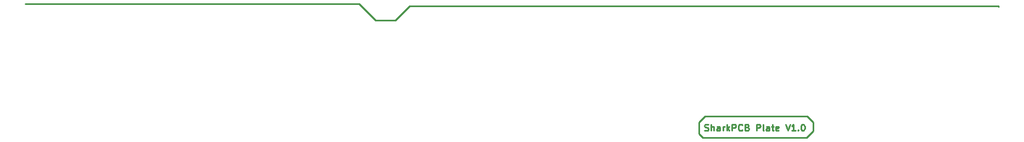
<source format=gtl>
G04 #@! TF.GenerationSoftware,KiCad,Pcbnew,5.0.1*
G04 #@! TF.CreationDate,2018-11-17T22:40:09-02:00*
G04 #@! TF.ProjectId,plate,706C6174652E6B696361645F70636200,rev?*
G04 #@! TF.SameCoordinates,Original*
G04 #@! TF.FileFunction,Copper,L1,Top,Signal*
G04 #@! TF.FilePolarity,Positive*
%FSLAX46Y46*%
G04 Gerber Fmt 4.6, Leading zero omitted, Abs format (unit mm)*
G04 Created by KiCad (PCBNEW 5.0.1) date Sat 17 Nov 2018 10:40:09 PM -02*
%MOMM*%
%LPD*%
G01*
G04 APERTURE LIST*
G04 #@! TA.AperFunction,NonConductor*
%ADD10C,0.250000*%
G04 #@! TD*
G04 #@! TA.AperFunction,Conductor*
%ADD11C,0.250000*%
G04 #@! TD*
G04 APERTURE END LIST*
D10*
X140992906Y-103065865D02*
X141135763Y-103113484D01*
X141373858Y-103113484D01*
X141469096Y-103065865D01*
X141516715Y-103018246D01*
X141564334Y-102923008D01*
X141564334Y-102827770D01*
X141516715Y-102732532D01*
X141469096Y-102684913D01*
X141373858Y-102637294D01*
X141183382Y-102589675D01*
X141088144Y-102542056D01*
X141040525Y-102494437D01*
X140992906Y-102399199D01*
X140992906Y-102303961D01*
X141040525Y-102208723D01*
X141088144Y-102161104D01*
X141183382Y-102113484D01*
X141421477Y-102113484D01*
X141564334Y-102161104D01*
X141992906Y-103113484D02*
X141992906Y-102113484D01*
X142421477Y-103113484D02*
X142421477Y-102589675D01*
X142373858Y-102494437D01*
X142278620Y-102446818D01*
X142135763Y-102446818D01*
X142040525Y-102494437D01*
X141992906Y-102542056D01*
X143326239Y-103113484D02*
X143326239Y-102589675D01*
X143278620Y-102494437D01*
X143183382Y-102446818D01*
X142992906Y-102446818D01*
X142897668Y-102494437D01*
X143326239Y-103065865D02*
X143231001Y-103113484D01*
X142992906Y-103113484D01*
X142897668Y-103065865D01*
X142850049Y-102970627D01*
X142850049Y-102875389D01*
X142897668Y-102780151D01*
X142992906Y-102732532D01*
X143231001Y-102732532D01*
X143326239Y-102684913D01*
X143802430Y-103113484D02*
X143802430Y-102446818D01*
X143802430Y-102637294D02*
X143850049Y-102542056D01*
X143897668Y-102494437D01*
X143992906Y-102446818D01*
X144088144Y-102446818D01*
X144421477Y-103113484D02*
X144421477Y-102113484D01*
X144516715Y-102732532D02*
X144802430Y-103113484D01*
X144802430Y-102446818D02*
X144421477Y-102827770D01*
X145231001Y-103113484D02*
X145231001Y-102113484D01*
X145611953Y-102113484D01*
X145707192Y-102161104D01*
X145754811Y-102208723D01*
X145802430Y-102303961D01*
X145802430Y-102446818D01*
X145754811Y-102542056D01*
X145707192Y-102589675D01*
X145611953Y-102637294D01*
X145231001Y-102637294D01*
X146802430Y-103018246D02*
X146754811Y-103065865D01*
X146611953Y-103113484D01*
X146516715Y-103113484D01*
X146373858Y-103065865D01*
X146278620Y-102970627D01*
X146231001Y-102875389D01*
X146183382Y-102684913D01*
X146183382Y-102542056D01*
X146231001Y-102351580D01*
X146278620Y-102256342D01*
X146373858Y-102161104D01*
X146516715Y-102113484D01*
X146611953Y-102113484D01*
X146754811Y-102161104D01*
X146802430Y-102208723D01*
X147564334Y-102589675D02*
X147707192Y-102637294D01*
X147754811Y-102684913D01*
X147802430Y-102780151D01*
X147802430Y-102923008D01*
X147754811Y-103018246D01*
X147707192Y-103065865D01*
X147611953Y-103113484D01*
X147231001Y-103113484D01*
X147231001Y-102113484D01*
X147564334Y-102113484D01*
X147659572Y-102161104D01*
X147707192Y-102208723D01*
X147754811Y-102303961D01*
X147754811Y-102399199D01*
X147707192Y-102494437D01*
X147659572Y-102542056D01*
X147564334Y-102589675D01*
X147231001Y-102589675D01*
X148992906Y-103113484D02*
X148992906Y-102113484D01*
X149373858Y-102113484D01*
X149469096Y-102161104D01*
X149516715Y-102208723D01*
X149564334Y-102303961D01*
X149564334Y-102446818D01*
X149516715Y-102542056D01*
X149469096Y-102589675D01*
X149373858Y-102637294D01*
X148992906Y-102637294D01*
X150135763Y-103113484D02*
X150040525Y-103065865D01*
X149992906Y-102970627D01*
X149992906Y-102113484D01*
X150945287Y-103113484D02*
X150945287Y-102589675D01*
X150897668Y-102494437D01*
X150802430Y-102446818D01*
X150611953Y-102446818D01*
X150516715Y-102494437D01*
X150945287Y-103065865D02*
X150850049Y-103113484D01*
X150611953Y-103113484D01*
X150516715Y-103065865D01*
X150469096Y-102970627D01*
X150469096Y-102875389D01*
X150516715Y-102780151D01*
X150611953Y-102732532D01*
X150850049Y-102732532D01*
X150945287Y-102684913D01*
X151278620Y-102446818D02*
X151659572Y-102446818D01*
X151421477Y-102113484D02*
X151421477Y-102970627D01*
X151469096Y-103065865D01*
X151564334Y-103113484D01*
X151659572Y-103113484D01*
X152373858Y-103065865D02*
X152278620Y-103113484D01*
X152088144Y-103113484D01*
X151992906Y-103065865D01*
X151945287Y-102970627D01*
X151945287Y-102589675D01*
X151992906Y-102494437D01*
X152088144Y-102446818D01*
X152278620Y-102446818D01*
X152373858Y-102494437D01*
X152421477Y-102589675D01*
X152421477Y-102684913D01*
X151945287Y-102780151D01*
X153469096Y-102113484D02*
X153802430Y-103113484D01*
X154135763Y-102113484D01*
X154992906Y-103113484D02*
X154421477Y-103113484D01*
X154707192Y-103113484D02*
X154707192Y-102113484D01*
X154611953Y-102256342D01*
X154516715Y-102351580D01*
X154421477Y-102399199D01*
X155421477Y-103018246D02*
X155469096Y-103065865D01*
X155421477Y-103113484D01*
X155373858Y-103065865D01*
X155421477Y-103018246D01*
X155421477Y-103113484D01*
X156088144Y-102113484D02*
X156183382Y-102113484D01*
X156278620Y-102161104D01*
X156326239Y-102208723D01*
X156373858Y-102303961D01*
X156421477Y-102494437D01*
X156421477Y-102732532D01*
X156373858Y-102923008D01*
X156326239Y-103018246D01*
X156278620Y-103065865D01*
X156183382Y-103113484D01*
X156088144Y-103113484D01*
X155992906Y-103065865D01*
X155945287Y-103018246D01*
X155897668Y-102923008D01*
X155850049Y-102732532D01*
X155850049Y-102494437D01*
X155897668Y-102303961D01*
X155945287Y-102208723D01*
X155992906Y-102161104D01*
X156088144Y-102113484D01*
D11*
G04 #@! TO.N,*
X140097672Y-103611120D02*
X140097672Y-101800152D01*
X156812016Y-100879824D02*
X157762032Y-101829840D01*
X141018000Y-100879824D02*
X156812016Y-100879824D01*
X140097672Y-101800152D02*
X141018000Y-100879824D01*
X157762032Y-101829840D02*
X157762032Y-103136112D01*
X157762032Y-103136112D02*
X156693264Y-104204880D01*
X156693264Y-104204880D02*
X140691432Y-104204880D01*
X140691432Y-104204880D02*
X140097672Y-103611120D01*
X90239064Y-86071568D02*
X93281944Y-86071568D01*
X93281944Y-86071568D02*
X95514600Y-83838912D01*
X36219360Y-83542032D02*
X87709528Y-83542032D01*
X87709528Y-83542032D02*
X90239064Y-86071568D01*
X186232480Y-83838912D02*
X186351232Y-83957664D01*
X95514600Y-83838912D02*
X186232480Y-83838912D01*
G04 #@! TD*
M02*

</source>
